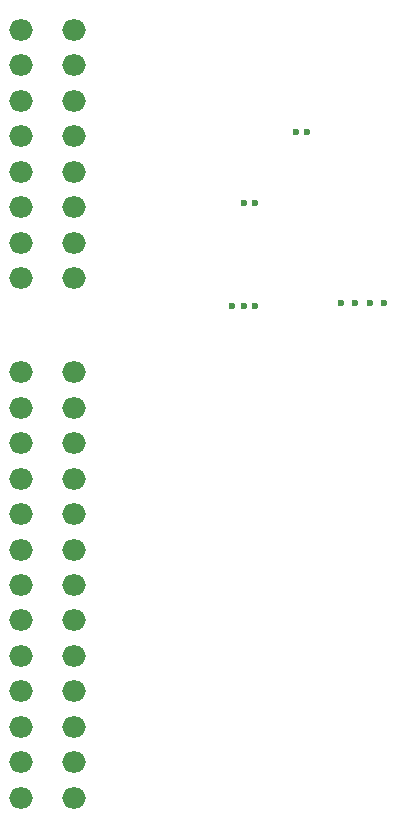
<source format=gts>
G04 #@! TF.GenerationSoftware,KiCad,Pcbnew,8.0.9-8.0.9-0~ubuntu24.04.1*
G04 #@! TF.CreationDate,2025-05-19T08:55:07+00:00*
G04 #@! TF.ProjectId,EP91Starlet,45503931-5374-4617-926c-65742e6b6963,rev?*
G04 #@! TF.SameCoordinates,Original*
G04 #@! TF.FileFunction,Soldermask,Top*
G04 #@! TF.FilePolarity,Negative*
%FSLAX46Y46*%
G04 Gerber Fmt 4.6, Leading zero omitted, Abs format (unit mm)*
G04 Created by KiCad (PCBNEW 8.0.9-8.0.9-0~ubuntu24.04.1) date 2025-05-19 08:55:07*
%MOMM*%
%LPD*%
G01*
G04 APERTURE LIST*
%ADD10C,0.600000*%
%ADD11O,2.000000X1.800000*%
G04 APERTURE END LIST*
D10*
G04 #@! TO.C,M3*
X47846000Y59672500D03*
X46646000Y59672500D03*
X49046000Y59672500D03*
X50246000Y59672500D03*
X43786000Y74097500D03*
X42786000Y74097500D03*
G04 #@! TD*
G04 #@! TO.C,M4*
X39330000Y59404000D03*
X38380000Y59404000D03*
X37430002Y59404000D03*
X38430000Y68104000D03*
X39330000Y68104000D03*
G04 #@! TD*
D11*
G04 #@! TO.C,U1*
X19558000Y82780000D03*
X19558000Y79780000D03*
X19558000Y76780000D03*
X19558000Y73780000D03*
X19558000Y70780000D03*
X19558000Y67780000D03*
X19558000Y64780000D03*
X19558000Y61780000D03*
X19558000Y53780000D03*
X19558000Y50780000D03*
X19558000Y47780000D03*
X19558000Y44780000D03*
X19558000Y41780000D03*
X19558000Y38780000D03*
X19558000Y35780000D03*
X19558000Y32780000D03*
X19558000Y29780000D03*
X19558000Y26780000D03*
X19558000Y23780000D03*
X19558000Y20780000D03*
X19558000Y17780000D03*
X24058000Y17780000D03*
X24058000Y20780000D03*
X24058000Y23780000D03*
X24058000Y26780000D03*
X24058000Y29780000D03*
X24058000Y32780000D03*
X24058000Y35780000D03*
X24058000Y38780000D03*
X24058000Y41780000D03*
X24058000Y44780000D03*
X24058000Y47780000D03*
X24058000Y50780000D03*
X24058000Y53780000D03*
X24058000Y61780000D03*
X24058000Y64780000D03*
X24058000Y67780000D03*
X24058000Y70780000D03*
X24058000Y73780000D03*
X24058000Y76780000D03*
X24058000Y79780000D03*
X24058000Y82780000D03*
G04 #@! TD*
M02*

</source>
